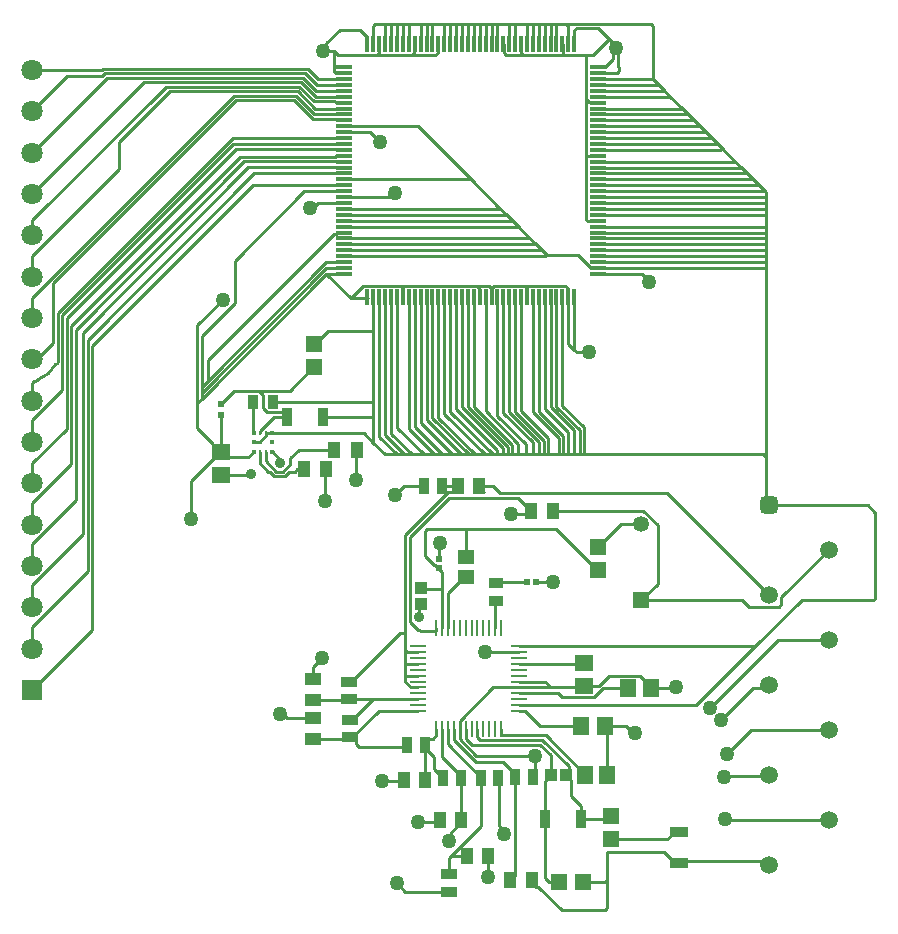
<source format=gtl>
G04*
G04 #@! TF.GenerationSoftware,Altium Limited,Altium Designer,24.10.1 (45)*
G04*
G04 Layer_Physical_Order=1*
G04 Layer_Color=255*
%FSLAX44Y44*%
%MOMM*%
G71*
G04*
G04 #@! TF.SameCoordinates,DF843893-4558-481A-A0A7-994FBF74EE7B*
G04*
G04*
G04 #@! TF.FilePolarity,Positive*
G04*
G01*
G75*
%ADD11C,0.2540*%
%ADD15R,0.2500X1.3500*%
%ADD16R,1.3500X0.2500*%
%ADD17R,1.0000X1.3500*%
%ADD18R,1.3546X1.4621*%
%ADD19R,1.3549X1.5562*%
%ADD20R,0.5200X0.5200*%
%ADD21R,1.4057X1.5082*%
%ADD22R,0.9000X1.6000*%
%ADD23R,0.9500X1.3500*%
%ADD24R,1.3500X1.0000*%
%ADD25R,1.0500X1.0500*%
%ADD26R,1.3621X1.1578*%
%ADD27R,1.3500X0.9500*%
%ADD28R,1.0500X1.0500*%
%ADD29R,1.5562X1.3549*%
%ADD30R,0.5200X0.5200*%
%ADD31R,1.0065X1.4082*%
%ADD32R,1.4621X1.3546*%
%ADD33R,0.4500X0.3500*%
%ADD34R,0.3000X0.4000*%
%ADD35R,0.2500X0.4000*%
%ADD36R,1.4750X0.3000*%
%ADD37R,0.3000X1.4750*%
%ADD38R,0.5500X0.5500*%
%ADD39R,1.5500X0.9000*%
%ADD40R,0.8065X1.3082*%
%ADD41R,1.3000X0.9000*%
%ADD65C,1.5000*%
G04:AMPARAMS|DCode=66|XSize=1.5mm|YSize=1.5mm|CornerRadius=0.375mm|HoleSize=0mm|Usage=FLASHONLY|Rotation=90.000|XOffset=0mm|YOffset=0mm|HoleType=Round|Shape=RoundedRectangle|*
%AMROUNDEDRECTD66*
21,1,1.5000,0.7500,0,0,90.0*
21,1,0.7500,1.5000,0,0,90.0*
1,1,0.7500,0.3750,0.3750*
1,1,0.7500,0.3750,-0.3750*
1,1,0.7500,-0.3750,-0.3750*
1,1,0.7500,-0.3750,0.3750*
%
%ADD66ROUNDEDRECTD66*%
%ADD67R,1.8000X1.8000*%
%ADD68C,1.8000*%
%ADD69R,1.3500X1.3500*%
%ADD70C,1.3500*%
%ADD71C,1.2700*%
%ADD72C,0.9144*%
%ADD73C,0.8890*%
D11*
X42916Y453057D02*
G03*
X58202Y466090I-8191J25088D01*
G01*
X365760Y262090D02*
X367030Y263360D01*
X365760Y252330D02*
Y262090D01*
X405130Y326390D02*
X406400D01*
X382160Y78740D02*
X383430Y80010D01*
X364490Y78740D02*
X382160D01*
X424070Y49420D02*
X424180Y49530D01*
X424070Y31750D02*
Y49420D01*
X327140Y399300D02*
Y421640D01*
X284740D02*
X326437D01*
X327140D02*
Y434340D01*
Y494030D01*
X241807Y434340D02*
X327140D01*
X462280Y389890D02*
X467360D01*
X461010D02*
X462280D01*
X432140Y754380D02*
X433070D01*
X397140D02*
X402590D01*
X427990D02*
X432140D01*
X427990Y389890D02*
X431800D01*
X396240Y754380D02*
X397140D01*
X431800Y389890D02*
X433070D01*
X397700Y74530D02*
Y76280D01*
X393104Y69934D02*
X397700Y74530D01*
X393104Y64174D02*
Y69934D01*
X391160Y62230D02*
X393104Y64174D01*
X385210Y157480D02*
X385230Y157460D01*
X397700Y76280D02*
X401430Y80010D01*
Y115340D01*
X433070Y76299D02*
Y115450D01*
Y76299D02*
X438040Y71329D01*
Y68580D02*
Y71329D01*
X432950Y115570D02*
X433070Y115450D01*
X392648Y49530D02*
X417950Y74832D01*
X391160Y48042D02*
X392648Y49530D01*
X390210Y144460D02*
X418525Y116145D01*
X417950Y74832D02*
Y115570D01*
X391160Y34170D02*
Y48042D01*
X392648Y49530D02*
X406290D01*
X391160Y34170D02*
X391762Y34772D01*
X346710Y26670D02*
X354210Y19170D01*
X391160D01*
X400204Y148744D02*
X414328Y134620D01*
X410598Y143738D02*
X468402D01*
X405210Y157480D02*
X405230Y157460D01*
Y149106D02*
Y157460D01*
Y149106D02*
X410598Y143738D01*
X414328Y134620D02*
X463550D01*
X400204Y148744D02*
Y157474D01*
X400210Y157480D01*
X395230Y148330D02*
X414020Y129540D01*
X511145Y547620D02*
X517020D01*
X499965Y558800D02*
X511145Y547620D01*
X473710Y558800D02*
X499965D01*
X562206Y191770D02*
X580390D01*
X546972Y153670D02*
X548640D01*
X522836Y160020D02*
X540622D01*
X546972Y153670D01*
X462160Y116840D02*
X463550Y118230D01*
Y134620D01*
X472980Y152000D02*
X506358Y118622D01*
X415210Y150078D02*
X417098Y148190D01*
X435210Y152020D02*
Y157480D01*
X470300Y148190D02*
X492808Y125682D01*
X435230Y152000D02*
X472980D01*
X417098Y148190D02*
X470300D01*
X468402Y143738D02*
X477120Y135020D01*
X435210Y152020D02*
X435230Y152000D01*
X415210Y150078D02*
Y157480D01*
X395230Y148330D02*
Y157460D01*
X414020Y129540D02*
X436460D01*
X395210Y157480D02*
X395230Y157460D01*
X436460Y129540D02*
X447160Y118840D01*
Y116840D02*
Y118840D01*
X472180Y113170D02*
X477120Y118110D01*
Y135020D01*
X492808Y120298D02*
Y125682D01*
X490620Y118110D02*
X492808Y120298D01*
X490620Y118110D02*
X494600Y114130D01*
X365760Y241300D02*
X367030Y240030D01*
X364490Y241300D02*
X365760D01*
X367030Y240030D02*
X380190D01*
X358140Y247650D02*
X364490Y241300D01*
X380190Y240030D02*
X380210Y240050D01*
Y242480D01*
X358140Y247650D02*
Y320130D01*
X464820Y281940D02*
X478790D01*
X382905Y314325D02*
X383540Y314960D01*
X382270Y301370D02*
X382905Y302005D01*
Y314325D01*
X406400Y326390D02*
X482134D01*
X372328D02*
X405130D01*
Y302912D02*
Y325120D01*
X406400Y326390D01*
X672510Y268650D02*
X712470Y308610D01*
X670124Y260350D02*
X672510Y262736D01*
X645160Y260350D02*
X670124D01*
X672510Y262736D02*
Y268650D01*
X639060Y266450D02*
X645160Y260350D01*
X553720Y266450D02*
X639060D01*
X600390Y177480D02*
X650390Y227480D01*
X450210D02*
X650390D01*
X689610Y266700D01*
X750570D02*
X751840Y267970D01*
Y340360D01*
X745490Y346710D02*
X751840Y340360D01*
X662470Y346710D02*
X745490D01*
X513801Y707390D02*
X563880D01*
X689610Y266700D02*
X750570D01*
X450210Y177480D02*
X600390D01*
X417830Y363220D02*
X427990Y363220D01*
X434340Y356870D01*
X416670Y361470D02*
Y363220D01*
Y361470D02*
X420400Y357740D01*
X576110Y356870D02*
X662470Y270510D01*
X434340Y356870D02*
X576110D01*
X553720Y266450D02*
X567690Y280420D01*
X391070Y353060D02*
X449470D01*
X358140Y320130D02*
X391070Y353060D01*
X449470D02*
X460900Y341630D01*
X254209Y166370D02*
X275480D01*
X247650Y170180D02*
X250399D01*
X254209Y166370D01*
X275480D02*
X275590Y166480D01*
X648504Y191926D02*
X660086D01*
X662470Y194310D01*
X621231Y164653D02*
X648504Y191926D01*
X669290Y232410D02*
X712470D01*
X612140Y175260D02*
X669290Y232410D01*
X626110Y135890D02*
X646430Y156210D01*
X712470D01*
X454692Y532655D02*
X489692D01*
X491910Y530437D01*
Y522970D02*
Y530437D01*
Y522970D02*
X492140Y522740D01*
X426910Y530437D02*
X427370D01*
X456910Y522970D02*
Y530437D01*
X454692Y532655D02*
X456910Y530437D01*
Y522970D02*
X457140Y522740D01*
X427370Y530437D02*
X429588Y532655D01*
X454692D01*
X385210Y133560D02*
X401200Y117570D01*
X334010Y113030D02*
X351680D01*
X352950Y114300D01*
X624205Y117475D02*
X661835D01*
X662470Y118110D01*
X623570Y116840D02*
X624205Y117475D01*
X624840Y81280D02*
X625475Y80645D01*
X711835D02*
X712470Y80010D01*
X625475Y80645D02*
X711835D01*
X524510Y29319D02*
Y53340D01*
Y5298D02*
Y29319D01*
X504190Y27940D02*
X523131D01*
X524510Y29319D01*
X587290Y45720D02*
X662470D01*
X524510Y53340D02*
X572780D01*
X523022Y3810D02*
X524510Y5298D01*
X486520Y3810D02*
X523022D01*
X464850Y23730D02*
X466600D01*
X486520Y3810D01*
X461120Y27460D02*
Y29210D01*
Y27460D02*
X464850Y23730D01*
X443120Y29210D02*
X446930Y33020D01*
X472180Y81280D02*
Y113170D01*
Y31490D02*
Y81280D01*
X475730Y27940D02*
X484674D01*
X472180Y31490D02*
X475730Y27940D01*
X524882Y118110D02*
Y157974D01*
X522836Y160020D02*
X524882Y157974D01*
X501650Y389890D02*
Y410210D01*
X505460Y389890D02*
Y412750D01*
X659130Y387350D02*
Y547370D01*
Y350050D02*
Y387350D01*
X505460Y389890D02*
X656590D01*
X501650D02*
X505460D01*
X656590D02*
X659130Y387350D01*
Y350050D02*
X662470Y346710D01*
X482140Y429720D02*
X501650Y410210D01*
X496570Y389890D02*
X501650D01*
X487140Y431070D02*
X505460Y412750D01*
X555678Y341630D02*
X567690Y329618D01*
Y280420D02*
Y329618D01*
X478900Y341630D02*
X555678D01*
X510849Y297138D02*
X516353Y291634D01*
X510849Y297138D02*
Y297675D01*
X482134Y326390D02*
X510849Y297675D01*
X516353Y291634D02*
X516890D01*
X380940Y294700D02*
X385210Y290430D01*
X370840Y324902D02*
X372328Y326390D01*
X379452Y296230D02*
X380940Y294742D01*
X370840Y304008D02*
Y324902D01*
X378618Y296230D02*
X379452D01*
X370840Y304008D02*
X378618Y296230D01*
X380940Y294700D02*
Y294742D01*
X353739Y321117D02*
X390362Y357740D01*
X394940D01*
X353739Y238760D02*
Y321117D01*
X400210Y157480D02*
Y164072D01*
X428618Y192480D01*
X443230Y339090D02*
X458360D01*
X460900Y341630D01*
X353060Y363220D02*
X369810D01*
X345440Y355600D02*
X353060Y363220D01*
X552892Y202091D02*
X562206Y192777D01*
X518219Y193847D02*
X526464Y202091D01*
X562206Y191770D02*
Y192777D01*
X505460Y193847D02*
X518219D01*
X526464Y202091D02*
X552892D01*
X514293Y184533D02*
X521531Y191770D01*
X542693D01*
X486455Y184533D02*
X514293D01*
X483508Y187480D02*
X486455Y184533D01*
X428618Y192480D02*
X450210D01*
X477151D02*
X504093D01*
X450210D02*
X477151D01*
X450210Y197480D02*
X472151D01*
X477151Y192480D01*
X504093D02*
X505460Y193847D01*
X517427Y311150D02*
X536727Y330450D01*
X553720D01*
X585470Y43900D02*
X587290Y45720D01*
X528320Y64304D02*
X576124D01*
X582220Y70400D01*
X585470D01*
X572780Y53340D02*
X582220Y43900D01*
X585470D01*
X525780Y81280D02*
X528320Y83820D01*
X503180Y81280D02*
X525780D01*
X529682Y82952D02*
X530148Y83418D01*
X446930Y33020D02*
Y116610D01*
X447160Y116840D01*
X503180Y81280D02*
Y92335D01*
X401200Y115570D02*
X401430Y115340D01*
X370950Y141160D02*
X378460Y133650D01*
X370600Y141510D02*
X370950Y141160D01*
Y114300D02*
Y141160D01*
X275590Y148480D02*
X305720D01*
X307340Y150100D01*
X385210Y275590D02*
Y290430D01*
Y242480D02*
Y275590D01*
X384810Y275990D02*
X385210Y275590D01*
X370840Y275990D02*
X384810D01*
X275590Y209550D02*
X283210Y217170D01*
X275590Y199500D02*
Y209550D01*
Y181500D02*
X305586D01*
X306566Y182480D01*
X516890Y311150D02*
X517427D01*
X394940Y357740D02*
X398670Y361470D01*
Y363220D01*
X384810D02*
X398670D01*
X401200Y115570D02*
Y117570D01*
X494600Y100915D02*
X503180Y92335D01*
X494600Y100915D02*
Y114130D01*
X506358Y118110D02*
Y118622D01*
X468130Y160020D02*
X503324D01*
X455670Y172480D02*
X468130Y160020D01*
X390210Y144460D02*
Y157480D01*
X197113Y392026D02*
X198120D01*
X172720Y367633D02*
X197113Y392026D01*
X222654Y372514D02*
X223520Y373380D01*
X172720Y335280D02*
Y367633D01*
X198120Y372514D02*
X222654D01*
X385210Y133560D02*
Y157480D01*
X378460Y123310D02*
X386200Y115570D01*
X370600Y141510D02*
Y143510D01*
X378460Y123310D02*
Y133650D01*
X370600Y145510D02*
X374080Y148990D01*
X370600Y143510D02*
Y145510D01*
X380210Y152020D02*
Y157480D01*
X377180Y148990D02*
X380210Y152020D01*
X374080Y148990D02*
X377180D01*
X354330Y142240D02*
X355600Y143510D01*
X315200Y142240D02*
X354330D01*
X312820Y144620D02*
X315200Y142240D01*
X312820Y144620D02*
Y146620D01*
X307340Y150100D02*
X309340D01*
X312820Y146620D01*
X308000Y521970D02*
X322580D01*
X424180Y222480D02*
X450210D01*
Y187480D02*
X483508D01*
X450210Y212480D02*
X505460D01*
X450210Y172480D02*
X455670D01*
X554660Y542620D02*
X558800Y538480D01*
X517020Y542620D02*
X554660D01*
X331720Y172480D02*
X365210D01*
X309340Y150100D02*
X331720Y172480D01*
X326720Y182480D02*
X365210D01*
X306566D02*
X326720D01*
X307340Y165100D02*
X309340D01*
X326720Y182480D01*
X353739Y223968D02*
Y238760D01*
X349846D02*
X353739D01*
X306566Y197480D02*
X308566D01*
X349846Y238760D01*
X353739Y203200D02*
Y213360D01*
Y197359D02*
Y203200D01*
X354459Y202480D02*
X365210D01*
X353739Y203200D02*
X354459Y202480D01*
X353739Y197359D02*
X358618Y192480D01*
X365210D01*
X353739Y223968D02*
X355227Y222480D01*
X365210D01*
X353739Y213360D02*
Y223968D01*
Y213360D02*
X354619Y212480D01*
X365210D01*
X390210Y272470D02*
X404108Y286368D01*
X405130D01*
X390210Y242480D02*
Y272470D01*
X430530Y280800D02*
X431670Y281940D01*
X456820D01*
X430210Y264980D02*
X430530Y265300D01*
X430210Y242480D02*
Y264980D01*
X285750Y375920D02*
X287020Y377190D01*
X285750Y350520D02*
Y375920D01*
X273050Y598170D02*
X275799D01*
X280249Y602620D02*
X302260D01*
X275799Y598170D02*
X280249Y602620D01*
X209550Y553720D02*
X268220Y612390D01*
X209550Y518160D02*
Y553720D01*
X268220Y612390D02*
X302030D01*
X339441Y607620D02*
X342691Y610870D01*
X302260Y607620D02*
X339441D01*
X342691Y610870D02*
X345440D01*
X409260Y622620D02*
X409575Y622935D01*
X302260Y622620D02*
X409260D01*
X312420Y368300D02*
Y393081D01*
X313039Y393700D01*
X38100Y190350D02*
X88900Y241150D01*
X225190Y617620D02*
X302260D01*
X88900Y241150D02*
Y481330D01*
X225190Y617620D01*
X85090Y486410D02*
X226300Y627620D01*
X81280Y492760D02*
X221370Y632850D01*
X38100Y279030D02*
X81280Y322210D01*
X38100Y244030D02*
X85090Y291020D01*
X81280Y322210D02*
Y492760D01*
X85090Y291020D02*
Y486410D01*
X226300Y627620D02*
X302260D01*
X221370Y632850D02*
X302030D01*
X302260Y632620D01*
X74930Y350860D02*
Y495300D01*
X217620Y637990D01*
X302260D01*
X294667Y641800D02*
X295257Y642390D01*
X71120Y498892D02*
X214028Y641800D01*
X294667D01*
X295257Y642390D02*
X302030D01*
X302260Y642620D01*
X38100Y314030D02*
X74930Y350860D01*
X71120Y382050D02*
Y498892D01*
X210430Y648580D02*
X295425D01*
X67310Y411480D02*
Y505460D01*
X210430Y648580D01*
X38100Y349030D02*
X71120Y382050D01*
X59690Y509578D02*
X208102Y657990D01*
X59690Y467578D02*
Y509578D01*
X63500Y444430D02*
Y508000D01*
X38100Y419030D02*
X63500Y444430D01*
X55880Y534670D02*
X210820Y689610D01*
X58946Y466834D02*
X59690Y467578D01*
X63500Y508000D02*
X208490Y652990D01*
X46748Y474738D02*
X55880Y483870D01*
Y534670D01*
X38100Y382270D02*
X67310Y411480D01*
X208490Y652990D02*
X232620D01*
X208102Y657990D02*
X302260D01*
X296385Y647620D02*
X302260D01*
X295425Y648580D02*
X296385Y647620D01*
X232620Y652990D02*
X232620Y652990D01*
X302260D01*
X39588Y451970D02*
X42916Y453057D01*
X38100Y435350D02*
Y449825D01*
X38100Y450482D02*
X39588Y451970D01*
X38100Y449825D02*
X38100Y450482D01*
X42284Y470350D02*
X46672Y474738D01*
X38100Y470350D02*
X42284D01*
X46672Y474738D02*
X46748D01*
X38100Y505350D02*
Y522278D01*
X209242Y693420D01*
X210820Y689610D02*
X259734D01*
X209242Y693420D02*
X261312D01*
X277112Y677620D01*
X302260D01*
X259734Y689610D02*
X275764Y673580D01*
X294667D01*
X294667Y673580D02*
X295425D01*
X294667Y673580D02*
X294667Y673580D01*
X295425D02*
X296385Y672620D01*
X302260D01*
X111760Y631190D02*
Y654050D01*
X38100Y557530D02*
X111760Y631190D01*
X38100Y540350D02*
Y557530D01*
X154940Y697230D02*
X262890D01*
X111760Y654050D02*
X154940Y697230D01*
X277500Y682620D02*
X302260D01*
X262890Y697230D02*
X277500Y682620D01*
X101410Y708660D02*
X267624D01*
X294951Y687850D02*
X296155D01*
X296385Y687620D01*
X278664Y697620D02*
X302030D01*
X279053Y702620D02*
X302260D01*
X302030Y697620D02*
X302260Y697850D01*
X294221Y688580D02*
X294951Y687850D01*
X132600Y704850D02*
X266046D01*
X278276Y692620D01*
X302260D01*
X264468Y701040D02*
X276928Y688580D01*
X294221D01*
X269203Y712470D02*
X279053Y702620D01*
X151130Y701040D02*
X264468D01*
X267624Y708660D02*
X278664Y697620D01*
X99832Y712470D02*
X269203D01*
X38100Y588010D02*
X151130Y701040D01*
X38100Y610350D02*
X132600Y704850D01*
X97292Y709930D02*
X99832Y712470D01*
X38100Y645350D02*
X101410Y708660D01*
X98254Y716280D02*
X271953D01*
X97324Y715350D02*
X98254Y716280D01*
X271953D02*
X280243Y707990D01*
X296385Y687620D02*
X302260D01*
X38100Y575350D02*
Y588010D01*
X67680Y709930D02*
X97292D01*
X38100Y715350D02*
X97324D01*
X38100Y680350D02*
X67680Y709930D01*
X280243Y707990D02*
X302260D01*
X414692Y532655D02*
X424692D01*
X426910Y530437D01*
Y522970D02*
X427140Y522740D01*
X426910Y522970D02*
Y530437D01*
X349692Y532655D02*
X414692D01*
X416910Y530437D01*
Y522970D02*
Y530437D01*
Y522970D02*
X417140Y522740D01*
X308000Y521970D02*
X318685Y532655D01*
X349692D01*
X351910Y530437D01*
Y522970D02*
Y530437D01*
Y522970D02*
X352140Y522740D01*
X287350Y542620D02*
X308000Y521970D01*
X322140Y522410D02*
X322580Y521970D01*
X322140Y522410D02*
Y522740D01*
X534602Y717618D02*
X534670Y717550D01*
X517020Y712620D02*
X533182D01*
X532130Y734060D02*
X534074Y732116D01*
Y728020D02*
X534602Y727492D01*
X534074Y728020D02*
Y732116D01*
X534670Y714108D02*
Y717550D01*
X533182Y712620D02*
X534670Y714108D01*
X534602Y717618D02*
Y727492D01*
X506730Y642620D02*
Y690443D01*
Y589108D02*
Y642620D01*
X517020D01*
X506730Y589108D02*
X508218Y587620D01*
X517020D01*
X499110Y476250D02*
X509270D01*
X497140Y478220D02*
X499110Y476250D01*
X492140Y483220D02*
X497140Y478220D01*
Y522740D01*
X492140Y483220D02*
Y522740D01*
X506730Y727585D02*
X512955D01*
X487680D02*
X506730D01*
Y690443D02*
X509323Y687850D01*
X516790D01*
X506730Y690443D02*
Y727585D01*
X516790Y687850D02*
X517020Y687620D01*
X439588Y727585D02*
X454588D01*
X437370Y729803D02*
X439588Y727585D01*
X437370Y729803D02*
Y737270D01*
X437140Y737500D02*
X437370Y737270D01*
X296155Y577390D02*
X302030D01*
X295425Y576660D02*
X296155Y577390D01*
X186690Y452120D02*
Y469517D01*
X293833Y576660D01*
X302030Y577390D02*
X302260Y577620D01*
X293833Y576660D02*
X294667D01*
X294667Y576660D01*
X295425D01*
X186690Y452120D02*
X287190Y552620D01*
X181610Y447040D02*
X186690Y452120D01*
X293510Y718820D02*
Y731520D01*
Y714360D02*
Y718820D01*
X294480Y717850D02*
X302030D01*
X293510Y718820D02*
X294480Y717850D01*
X302030D02*
X302260Y717620D01*
X293510Y714360D02*
X295020Y712850D01*
X293510Y731520D02*
X297445Y727585D01*
X295020Y712850D02*
X302030D01*
X302260Y712620D01*
X332445Y654050D02*
X332740D01*
X323876Y662620D02*
X332445Y654050D01*
X302260Y662620D02*
X323876D01*
X297445Y727585D02*
X329692D01*
X454588D02*
X487680D01*
X487370Y727895D02*
X487680Y727585D01*
X487140Y737500D02*
X487370Y737270D01*
Y727895D02*
Y737270D01*
X526479Y741109D02*
X532130Y735458D01*
X517018Y750570D02*
X526479Y741109D01*
X452370Y729803D02*
Y737270D01*
Y729803D02*
X454588Y727585D01*
X512955D02*
X526479Y741109D01*
X452140Y737500D02*
X452370Y737270D01*
X359692Y727585D02*
X379692D01*
X381910Y729803D01*
Y737270D01*
X382140Y737500D01*
X359692Y727585D02*
X361910Y729803D01*
Y737270D01*
X362140Y737500D01*
X329692Y727585D02*
X359692D01*
X329692D02*
X331910Y729803D01*
Y737270D01*
X332140Y737500D01*
X328628Y754380D02*
X336550D01*
X327140Y737500D02*
Y752892D01*
X328628Y754380D01*
X522895Y717620D02*
X530186Y724911D01*
Y732116D01*
X517020Y717620D02*
X522895D01*
X530186Y732116D02*
X532130Y734060D01*
Y735458D01*
X499110Y750570D02*
X517018D01*
X497140Y737500D02*
X497225Y737585D01*
Y748685D01*
X499110Y750570D01*
X262302Y377190D02*
X268003D01*
X181610Y447040D02*
Y490220D01*
X209550Y518160D01*
X302030Y612390D02*
X302260Y612620D01*
X181610Y441960D02*
Y447040D01*
X287190Y552620D02*
X302260D01*
X181610Y441960D02*
X287270Y547620D01*
X181610Y436880D02*
Y441960D01*
X287270Y547620D02*
X302260D01*
X181610Y436880D02*
X287350Y542620D01*
X177800Y433070D02*
X181610Y436880D01*
X287350Y542620D02*
X302260D01*
X177800Y433070D02*
Y499110D01*
Y412346D02*
Y433070D01*
X316215Y749300D02*
X322140Y743375D01*
X287219Y738069D02*
X298450Y749300D01*
X316215D01*
X287219Y737009D02*
Y738069D01*
X322140Y737500D02*
Y743375D01*
X284480Y731520D02*
X293510D01*
X177800Y499110D02*
X199468Y520778D01*
X191609Y397531D02*
X197113Y392026D01*
X191609Y397531D02*
Y398537D01*
X177800Y412346D02*
X191609Y398537D01*
X327140Y494030D02*
Y522740D01*
X288362Y494030D02*
X327140D01*
X276860Y483066D02*
X277397D01*
X288362Y494030D01*
X276322Y463550D02*
X276860D01*
X256194Y443421D02*
X276322Y463550D01*
X229875Y443421D02*
X256194D01*
X253740Y421640D02*
Y422029D01*
X250510Y425259D02*
X253740Y422029D01*
X236723Y425259D02*
X250510D01*
X233299Y428683D02*
Y439997D01*
X229875Y443421D02*
X233299Y439997D01*
Y428683D02*
X236723Y425259D01*
X209051Y443421D02*
X229875D01*
X198120Y432490D02*
X209051Y443421D01*
X198120Y392026D02*
Y423490D01*
X256588Y381329D02*
Y386553D01*
X244757Y375285D02*
X250543D01*
X256588Y386553D02*
X263734Y393700D01*
X236140Y383902D02*
X244757Y375285D01*
X263734Y393700D02*
X294021D01*
X239369Y375285D02*
X243179Y371475D01*
X250543Y375285D02*
X256588Y381329D01*
X255931Y375285D02*
X260397D01*
X238125D02*
X239369D01*
X243179Y371475D02*
X252121D01*
X236140Y383902D02*
Y392170D01*
X252121Y371475D02*
X255931Y375285D01*
X260397D02*
X262302Y377190D01*
X241370Y391440D02*
X241870D01*
X246435Y383485D02*
X247650Y382270D01*
X241140Y391670D02*
X241370Y391440D01*
X241870D02*
X246435Y386875D01*
Y383485D02*
Y386875D01*
X231140Y382270D02*
Y392170D01*
Y382270D02*
X238125Y375285D01*
X318770Y407670D02*
X327140Y399300D01*
X336550Y389890D01*
X241140Y407670D02*
X318770D01*
X336550Y389890D02*
X346710D01*
X241140Y391670D02*
Y392170D01*
X231160Y407690D02*
Y409532D01*
X243268Y421640D02*
X253740D01*
X231160Y409532D02*
X243268Y421640D01*
X231140Y407670D02*
X231160Y407690D01*
X224790Y409520D02*
Y434340D01*
Y409520D02*
X226140Y408170D01*
Y407670D02*
Y408170D01*
X198120Y392026D02*
X202796Y387350D01*
X221320D02*
X226140Y392170D01*
X202796Y387350D02*
X221320D01*
X236120Y407650D02*
X236140Y407670D01*
X226140Y399920D02*
X226620Y400400D01*
X230712D01*
X236120Y405808D01*
Y407650D01*
X236140Y407670D02*
X241140D01*
X490220Y754072D02*
Y754380D01*
Y754072D02*
X492140Y752152D01*
Y737500D02*
Y752152D01*
X490220Y754380D02*
X562392D01*
X482600D02*
X490220D01*
X477520D02*
X482600D01*
X482140Y737500D02*
Y753920D01*
X482600Y754380D01*
X472440D02*
X477520D01*
X477140Y737500D02*
Y754000D01*
X477520Y754380D01*
X467360D02*
X472440D01*
X472140Y737500D02*
Y754080D01*
X472440Y754380D01*
X462280D02*
X467360D01*
X467140Y737500D02*
Y754160D01*
X467360Y754380D01*
X457200D02*
X462280D01*
X462140Y737500D02*
Y754240D01*
X462280Y754380D01*
X447040D02*
X457200D01*
X457140Y754320D02*
X457200Y754380D01*
X457140Y737500D02*
Y754320D01*
X440690Y754380D02*
X447040D01*
X447140Y737500D02*
Y754280D01*
X447040Y754380D02*
X447140Y754280D01*
X433070Y754380D02*
X440690D01*
X442140Y737500D02*
Y752930D01*
X440690Y754380D02*
X442140Y752930D01*
X432140Y737500D02*
Y753450D01*
X433070Y754380D01*
X421640D02*
X427990D01*
X427140Y753530D02*
X427990Y754380D01*
X427140Y737500D02*
Y753530D01*
X417830Y754380D02*
X421640D01*
X422140Y753880D01*
Y737500D02*
Y753880D01*
X411480Y754380D02*
X417830D01*
X417140Y753690D02*
X417830Y754380D01*
X417140Y737500D02*
Y753690D01*
X407670Y754380D02*
X411480D01*
X412140Y753720D01*
Y737500D02*
Y753720D01*
X402590Y754380D02*
X407670D01*
X407140Y753850D02*
X407670Y754380D01*
X407140Y737500D02*
Y753850D01*
X402140Y737500D02*
Y753930D01*
X402590Y754380D01*
X392430D02*
X396240D01*
X397140Y737500D02*
Y753480D01*
X396240Y754380D02*
X397140Y753480D01*
X387350Y754380D02*
X392430D01*
X392140Y737500D02*
Y754090D01*
X392430Y754380D01*
X377190D02*
X387350D01*
X387140Y754170D02*
X387350Y754380D01*
X387140Y737500D02*
Y754170D01*
X372110Y754380D02*
X377190D01*
X377140Y737500D02*
Y754330D01*
X377190Y754380D01*
X367030D02*
X372110D01*
X372140Y754350D01*
Y737500D02*
Y754350D01*
X356870Y754380D02*
X367030D01*
X367140Y754270D01*
Y737500D02*
Y754270D01*
X351790Y754380D02*
X356870D01*
X357140Y754110D01*
Y737500D02*
Y754110D01*
X346710Y754380D02*
X351790D01*
X352140Y754030D01*
Y737500D02*
Y754030D01*
X341630Y754380D02*
X346710D01*
X347140Y753950D01*
Y737500D02*
Y753950D01*
X336550Y754380D02*
X341630D01*
X342140Y753870D01*
Y737500D02*
Y753870D01*
X337140Y737500D02*
Y753790D01*
X336550Y754380D02*
X337140Y753790D01*
X563880Y707390D02*
Y752892D01*
X562392Y754380D02*
X563880Y752892D01*
X469890Y562620D02*
X473710Y558800D01*
X302260Y557620D02*
X472530D01*
X473710Y558800D01*
X463550Y568960D02*
X469890Y562620D01*
X302260D02*
X469890D01*
X459105Y573405D02*
X463550Y568960D01*
X462210Y567620D02*
X463550Y568960D01*
X302260Y567620D02*
X462210D01*
X449580Y582930D02*
X459105Y573405D01*
X302260Y572620D02*
X458320D01*
X459105Y573405D01*
X444500Y588010D02*
X449580Y582930D01*
X449270Y582620D02*
X449580Y582930D01*
X302260Y582620D02*
X449270D01*
X439420Y593090D02*
X444500Y588010D01*
X302260Y587620D02*
X444110D01*
X444500Y588010D01*
X433705Y598805D02*
X439420Y593090D01*
X438950Y592620D02*
X439420Y593090D01*
X302260Y592620D02*
X438950D01*
X409575Y622935D02*
X433705Y598805D01*
X432520Y597620D02*
X433705Y598805D01*
X302260Y597620D02*
X432520D01*
X364890Y667620D02*
X409575Y622935D01*
X302260Y667620D02*
X364890D01*
X496570Y389890D02*
Y410210D01*
X477140Y429640D02*
X496570Y410210D01*
X491490Y389890D02*
X496570D01*
X487680D02*
X491490D01*
X472140Y428290D02*
X491490Y408940D01*
Y389890D02*
Y408940D01*
X483870Y389890D02*
X487680D01*
X467140Y425670D02*
X487680Y405130D01*
Y389890D02*
Y405130D01*
X487140Y431070D02*
Y522740D01*
X482140Y429720D02*
Y522740D01*
X477140Y429640D02*
Y522740D01*
X472140Y428290D02*
Y522740D01*
X467140Y425670D02*
Y522740D01*
X474980Y389890D02*
X483870D01*
Y403860D01*
X462140Y425590D02*
Y522740D01*
Y425590D02*
X483870Y403860D01*
X474980Y389890D02*
Y403860D01*
X452140Y426700D02*
X474980Y403860D01*
X471170Y389890D02*
X474980D01*
X452140Y426700D02*
Y522740D01*
X467360Y389890D02*
X471170D01*
Y401320D01*
X447140Y425350D02*
Y522740D01*
Y425350D02*
X471170Y401320D01*
X467360Y389890D02*
Y400050D01*
X442140Y425270D02*
Y522740D01*
Y425270D02*
X467360Y400050D01*
X455930Y389890D02*
X461010D01*
X462280Y391160D01*
Y400050D01*
X437140Y425190D02*
X462280Y400050D01*
X437140Y425190D02*
Y522740D01*
X449580Y389890D02*
X455930D01*
Y398780D01*
X432140Y422570D02*
X455930Y398780D01*
X432140Y422570D02*
Y522740D01*
X444500Y389890D02*
X449580D01*
Y398780D01*
X422140Y426220D02*
Y522740D01*
Y426220D02*
X449580Y398780D01*
X440690Y389890D02*
X444500D01*
Y397510D01*
X412140Y429870D02*
Y522740D01*
Y429870D02*
X444500Y397510D01*
X436880Y389890D02*
X440690D01*
X407140Y429790D02*
X440690Y396240D01*
Y389890D02*
Y396240D01*
X407140Y429790D02*
Y522740D01*
X402140Y429710D02*
Y522740D01*
X436880Y389890D02*
Y394970D01*
X402140Y429710D02*
X436880Y394970D01*
X433070Y389890D02*
X436880D01*
X431800Y391160D02*
Y393700D01*
X397140Y428360D02*
X431800Y393700D01*
Y391160D02*
X433070Y389890D01*
X397140Y428360D02*
Y522740D01*
X421640Y389890D02*
X427990D01*
X392140Y425740D02*
X427990Y389890D01*
X392140Y425740D02*
Y522740D01*
X387140Y424390D02*
X421640Y389890D01*
X412750D02*
X421640D01*
X387140Y424390D02*
Y522740D01*
X407670Y389890D02*
X412750D01*
X382140Y420500D02*
X412750Y389890D01*
X382140Y420500D02*
Y522740D01*
X377140Y420420D02*
X407670Y389890D01*
X401320D02*
X407670D01*
X377140Y420420D02*
Y522740D01*
X393700Y389890D02*
X401320D01*
X372140Y419070D02*
X401320Y389890D01*
X372140Y419070D02*
Y522740D01*
X384810Y389890D02*
X393700D01*
X367140Y416450D02*
Y522740D01*
Y416450D02*
X393700Y389890D01*
X378460D02*
X384810D01*
X362140Y412560D02*
Y522740D01*
Y412560D02*
X384810Y389890D01*
X369570D02*
X378460D01*
X357140Y411210D02*
Y522740D01*
Y411210D02*
X378460Y389890D01*
X359410D02*
X369570D01*
X347140Y412320D02*
Y522740D01*
Y412320D02*
X369570Y389890D01*
X353060D02*
X359410D01*
X342140Y407160D02*
Y522740D01*
Y407160D02*
X359410Y389890D01*
X346710D02*
X353060D01*
X337140Y405810D02*
X353060Y389890D01*
X337140Y405810D02*
Y522740D01*
X332140Y404460D02*
X346710Y389890D01*
X332140Y404460D02*
Y522740D01*
X659130Y547370D02*
Y552450D01*
X517020Y547620D02*
X658880D01*
X659130Y547370D01*
Y552450D02*
Y557530D01*
X517020Y552620D02*
X658960D01*
X659130Y552450D01*
Y557530D02*
Y562610D01*
X517110Y557530D02*
X659130D01*
X517020Y557620D02*
X517110Y557530D01*
X659130Y562610D02*
Y567690D01*
X659120Y562620D02*
X659130Y562610D01*
X517020Y562620D02*
X659120D01*
X659130Y567690D02*
Y572770D01*
X659060Y567620D02*
X659130Y567690D01*
X517020Y567620D02*
X659060D01*
X659130Y572770D02*
Y577850D01*
X658980Y572620D02*
X659130Y572770D01*
X517020Y572620D02*
X658980D01*
X659130Y577850D02*
Y582930D01*
X517020Y577620D02*
X658900D01*
X659130Y577850D01*
Y582930D02*
Y591820D01*
X658820Y582620D02*
X659130Y582930D01*
X517020Y582620D02*
X658820D01*
X659130Y591820D02*
Y598170D01*
X658330Y592620D02*
X659130Y591820D01*
X517020Y592620D02*
X658330D01*
X659130Y598170D02*
Y603250D01*
X517020Y597620D02*
X658580D01*
X659130Y598170D01*
Y603250D02*
Y607060D01*
X517020Y602620D02*
X658500D01*
X659130Y603250D01*
Y607060D02*
Y612140D01*
X658570Y607620D02*
X659130Y607060D01*
X517020Y607620D02*
X658570D01*
X653415Y617855D02*
X658650Y612620D01*
X659130Y612140D01*
X517020Y612620D02*
X658650D01*
X647700Y623570D02*
X653415Y617855D01*
X653180Y617620D02*
X653415Y617855D01*
X517020Y617620D02*
X653180D01*
X643255Y628015D02*
X647700Y623570D01*
X646750Y622620D02*
X647700Y623570D01*
X517020Y622620D02*
X646750D01*
X638175Y633095D02*
X643255Y628015D01*
X517020Y627620D02*
X642860D01*
X643255Y628015D01*
X633650Y637620D02*
X638175Y633095D01*
X517020Y632620D02*
X637700D01*
X638175Y633095D01*
X622300Y648970D02*
X633650Y637620D01*
X517020D02*
X633650D01*
X617855Y653415D02*
X622300Y648970D01*
X517020Y647620D02*
X620950D01*
X622300Y648970D01*
X612775Y658495D02*
X617855Y653415D01*
X517020Y652620D02*
X617060D01*
X617855Y653415D01*
X608330Y662940D02*
X612775Y658495D01*
X611900Y657620D02*
X612775Y658495D01*
X517020Y657620D02*
X611900D01*
X603250Y668020D02*
X608330Y662940D01*
X517020Y662620D02*
X608010D01*
X608330Y662940D01*
X598170Y673100D02*
X603250Y668020D01*
X517020Y667620D02*
X602850D01*
X603250Y668020D01*
X593090Y678180D02*
X598170Y673100D01*
X517020Y672620D02*
X597690D01*
X598170Y673100D01*
X588010Y683260D02*
X593090Y678180D01*
X517020Y677620D02*
X592530D01*
X593090Y678180D01*
X517020Y692620D02*
X578650D01*
X588010Y683260D01*
X572770Y698500D02*
X578650Y692620D01*
X587370Y682620D02*
X588010Y683260D01*
X517020Y682620D02*
X587370D01*
X568650Y702620D02*
X572770Y698500D01*
X571890Y697620D02*
X572770Y698500D01*
X517020Y697620D02*
X571890D01*
X563880Y707390D02*
X568650Y702620D01*
X517020D02*
X568650D01*
X38100Y225350D02*
Y244030D01*
Y260350D02*
Y279030D01*
Y295350D02*
Y314030D01*
Y330350D02*
Y349030D01*
Y365350D02*
Y382270D01*
Y400350D02*
Y419030D01*
D15*
X385210Y157480D02*
D03*
X400210Y242480D02*
D03*
X405210D02*
D03*
X390210D02*
D03*
X415210D02*
D03*
X435210D02*
D03*
X430210D02*
D03*
X410210D02*
D03*
X425210D02*
D03*
X420210D02*
D03*
X395210D02*
D03*
X385210D02*
D03*
X390210Y157480D02*
D03*
X410210D02*
D03*
X395210D02*
D03*
X405210D02*
D03*
X400210D02*
D03*
X420210D02*
D03*
X415210D02*
D03*
X380210Y242480D02*
D03*
X435210Y157480D02*
D03*
X430210D02*
D03*
X425210D02*
D03*
X380210D02*
D03*
D16*
X365210Y172480D02*
D03*
Y212480D02*
D03*
Y207480D02*
D03*
X450210Y227480D02*
D03*
Y222480D02*
D03*
Y172480D02*
D03*
Y177480D02*
D03*
Y182480D02*
D03*
Y187480D02*
D03*
Y192480D02*
D03*
Y197480D02*
D03*
Y202480D02*
D03*
Y207480D02*
D03*
Y212480D02*
D03*
Y217480D02*
D03*
X365210Y177480D02*
D03*
Y187480D02*
D03*
Y182480D02*
D03*
Y192480D02*
D03*
Y202480D02*
D03*
Y197480D02*
D03*
Y217480D02*
D03*
Y222480D02*
D03*
Y227480D02*
D03*
D17*
X406180Y49530D02*
D03*
X424180D02*
D03*
X416670Y363220D02*
D03*
X398670D02*
D03*
X443120Y29210D02*
D03*
X461120D02*
D03*
X401430Y80010D02*
D03*
X383430D02*
D03*
X370950Y114300D02*
D03*
X352950D02*
D03*
X460900Y341630D02*
D03*
X478900D02*
D03*
D18*
X504190Y27940D02*
D03*
X484674D02*
D03*
D19*
X522836Y160020D02*
D03*
X503324D02*
D03*
X562206Y191770D02*
D03*
X542693D02*
D03*
D20*
X456820Y281940D02*
D03*
X464820D02*
D03*
D21*
X506358Y118110D02*
D03*
X524882D02*
D03*
D22*
X472180Y81280D02*
D03*
X503180D02*
D03*
X284740Y421640D02*
D03*
X253740D02*
D03*
D23*
X355600Y143510D02*
D03*
X370600D02*
D03*
X369810Y363220D02*
D03*
X384810D02*
D03*
X447160Y116840D02*
D03*
X462160D02*
D03*
X432950Y115570D02*
D03*
X417950D02*
D03*
X386200D02*
D03*
X401200D02*
D03*
D24*
X275590Y148480D02*
D03*
Y166480D02*
D03*
Y181500D02*
D03*
Y199500D02*
D03*
D25*
X367030Y263360D02*
D03*
Y276860D02*
D03*
D26*
X405130Y302912D02*
D03*
Y286368D02*
D03*
D27*
X391160Y34170D02*
D03*
Y19170D02*
D03*
X307340Y165100D02*
D03*
Y150100D02*
D03*
X306566Y182480D02*
D03*
Y197480D02*
D03*
D28*
X490620Y118110D02*
D03*
X477120D02*
D03*
D29*
X198120Y392026D02*
D03*
Y372514D02*
D03*
X505460Y193847D02*
D03*
Y213360D02*
D03*
D30*
X382270Y293370D02*
D03*
Y301370D02*
D03*
D31*
X268003Y377190D02*
D03*
X287020D02*
D03*
X294021Y393700D02*
D03*
X313039D02*
D03*
D32*
X276860Y483066D02*
D03*
Y463550D02*
D03*
X528320Y83820D02*
D03*
Y64304D02*
D03*
X516890Y291634D02*
D03*
Y311150D02*
D03*
D33*
X226140Y399920D02*
D03*
X241140D02*
D03*
D34*
Y407670D02*
D03*
X226140D02*
D03*
Y392170D02*
D03*
X241140D02*
D03*
D35*
X236140Y407670D02*
D03*
X231140D02*
D03*
Y392170D02*
D03*
X236140D02*
D03*
D36*
X302260Y717620D02*
D03*
X517020D02*
D03*
Y712620D02*
D03*
Y707620D02*
D03*
Y702620D02*
D03*
Y697620D02*
D03*
Y692620D02*
D03*
Y687620D02*
D03*
Y682620D02*
D03*
Y677620D02*
D03*
Y672620D02*
D03*
Y667620D02*
D03*
Y662620D02*
D03*
Y657620D02*
D03*
Y652620D02*
D03*
Y647620D02*
D03*
Y642620D02*
D03*
Y637620D02*
D03*
Y632620D02*
D03*
Y627620D02*
D03*
Y622620D02*
D03*
Y617620D02*
D03*
Y612620D02*
D03*
Y607620D02*
D03*
Y602620D02*
D03*
Y597620D02*
D03*
Y592620D02*
D03*
Y587620D02*
D03*
Y582620D02*
D03*
Y577620D02*
D03*
Y572620D02*
D03*
Y567620D02*
D03*
Y562620D02*
D03*
Y557620D02*
D03*
Y552620D02*
D03*
Y547620D02*
D03*
Y542620D02*
D03*
X302260D02*
D03*
Y547620D02*
D03*
Y552620D02*
D03*
Y557620D02*
D03*
Y562620D02*
D03*
Y567620D02*
D03*
Y572620D02*
D03*
Y577620D02*
D03*
Y582620D02*
D03*
Y587620D02*
D03*
Y592620D02*
D03*
Y597620D02*
D03*
Y602620D02*
D03*
Y607620D02*
D03*
Y612620D02*
D03*
Y617620D02*
D03*
Y622620D02*
D03*
Y627620D02*
D03*
Y632620D02*
D03*
Y637620D02*
D03*
Y642620D02*
D03*
Y647620D02*
D03*
Y652620D02*
D03*
Y657620D02*
D03*
Y662620D02*
D03*
Y667620D02*
D03*
Y672620D02*
D03*
Y677620D02*
D03*
Y682620D02*
D03*
Y687620D02*
D03*
Y692620D02*
D03*
Y697620D02*
D03*
Y702620D02*
D03*
Y707620D02*
D03*
Y712620D02*
D03*
D37*
X322140Y737500D02*
D03*
X327140D02*
D03*
X332140D02*
D03*
X337140D02*
D03*
X342140D02*
D03*
X347140D02*
D03*
X352140D02*
D03*
X357140D02*
D03*
X362140D02*
D03*
X367140D02*
D03*
X372140D02*
D03*
X377140D02*
D03*
X382140D02*
D03*
X387140D02*
D03*
X392140D02*
D03*
X397140D02*
D03*
X402140D02*
D03*
X407140D02*
D03*
X412140D02*
D03*
X417140D02*
D03*
X422140D02*
D03*
X427140D02*
D03*
X432140D02*
D03*
X437140D02*
D03*
X442140D02*
D03*
X447140D02*
D03*
X452140D02*
D03*
X457140D02*
D03*
X462140D02*
D03*
X467140D02*
D03*
X472140D02*
D03*
X477140D02*
D03*
X482140D02*
D03*
X487140D02*
D03*
X492140D02*
D03*
X497140D02*
D03*
Y522740D02*
D03*
X492140D02*
D03*
X487140D02*
D03*
X482140D02*
D03*
X477140D02*
D03*
X472140D02*
D03*
X467140D02*
D03*
X462140D02*
D03*
X457140D02*
D03*
X452140D02*
D03*
X447140D02*
D03*
X442140D02*
D03*
X437140D02*
D03*
X432140D02*
D03*
X427140D02*
D03*
X422140D02*
D03*
X417140D02*
D03*
X412140D02*
D03*
X407140D02*
D03*
X402140D02*
D03*
X397140D02*
D03*
X392140D02*
D03*
X387140D02*
D03*
X382140D02*
D03*
X377140D02*
D03*
X372140D02*
D03*
X367140D02*
D03*
X362140D02*
D03*
X357140D02*
D03*
X352140D02*
D03*
X347140D02*
D03*
X342140D02*
D03*
X337140D02*
D03*
X332140D02*
D03*
X327140D02*
D03*
X322140D02*
D03*
D38*
X198120Y432490D02*
D03*
Y423490D02*
D03*
D39*
X585470Y43900D02*
D03*
Y70400D02*
D03*
D40*
X241807Y434340D02*
D03*
X224790D02*
D03*
D41*
X430530Y280800D02*
D03*
Y265300D02*
D03*
D65*
X712470Y80010D02*
D03*
X662470Y118110D02*
D03*
Y194310D02*
D03*
Y270510D02*
D03*
X712470Y308610D02*
D03*
Y232410D02*
D03*
Y156210D02*
D03*
X662470Y41910D02*
D03*
D66*
Y346710D02*
D03*
D67*
X38100Y190350D02*
D03*
D68*
Y225350D02*
D03*
Y260350D02*
D03*
Y295350D02*
D03*
Y330350D02*
D03*
Y365350D02*
D03*
Y400350D02*
D03*
Y435350D02*
D03*
Y470350D02*
D03*
Y505350D02*
D03*
Y540350D02*
D03*
Y575350D02*
D03*
Y610350D02*
D03*
Y645350D02*
D03*
Y680350D02*
D03*
Y715350D02*
D03*
D69*
X553720Y266450D02*
D03*
D70*
Y330450D02*
D03*
D71*
X364490Y78740D02*
D03*
X424070Y31750D02*
D03*
X391160Y62230D02*
D03*
X438040Y68580D02*
D03*
X346710Y26670D02*
D03*
X582930Y193040D02*
D03*
X548640Y153670D02*
D03*
X463550Y134620D02*
D03*
X478790Y281940D02*
D03*
X383540Y314960D02*
D03*
X247650Y170180D02*
D03*
X621231Y164653D02*
D03*
X612140Y175260D02*
D03*
X626110Y135890D02*
D03*
X334010Y113030D02*
D03*
X623570Y116840D02*
D03*
X624840Y81280D02*
D03*
X443230Y339090D02*
D03*
X345440Y355600D02*
D03*
X283210Y217170D02*
D03*
X172720Y335280D02*
D03*
X421640Y222250D02*
D03*
X560070Y535940D02*
D03*
X285750Y350520D02*
D03*
X273050Y598170D02*
D03*
X345440Y610870D02*
D03*
X312420Y368300D02*
D03*
X509270Y476250D02*
D03*
X332740Y654050D02*
D03*
X532130Y734060D02*
D03*
X284480Y731520D02*
D03*
X199468Y520778D02*
D03*
D72*
X365760Y252330D02*
D03*
D73*
X223520Y373380D02*
D03*
X247650Y382270D02*
D03*
M02*

</source>
